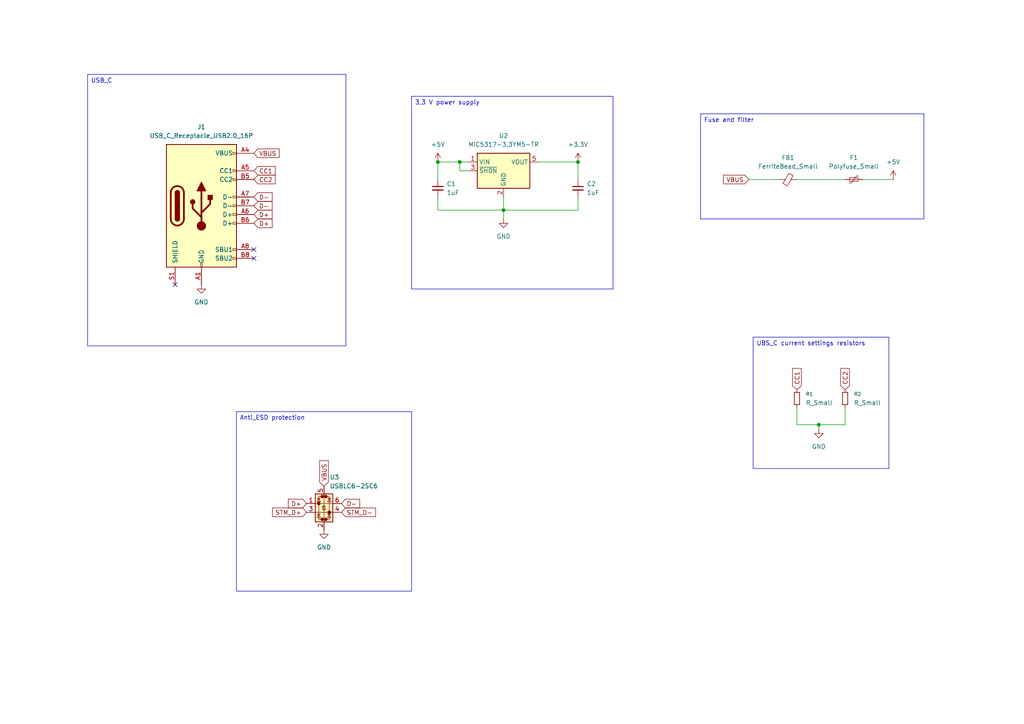
<source format=kicad_sch>
(kicad_sch
	(version 20250114)
	(generator "eeschema")
	(generator_version "9.0")
	(uuid "b98304d2-2842-4012-8dcd-64fd6a88e264")
	(paper "A4")
	(lib_symbols
		(symbol "Connector:USB_C_Receptacle_USB2.0_16P"
			(pin_names
				(offset 1.016)
			)
			(exclude_from_sim no)
			(in_bom yes)
			(on_board yes)
			(property "Reference" "J"
				(at 0 22.225 0)
				(effects
					(font
						(size 1.27 1.27)
					)
				)
			)
			(property "Value" "USB_C_Receptacle_USB2.0_16P"
				(at 0 19.685 0)
				(effects
					(font
						(size 1.27 1.27)
					)
				)
			)
			(property "Footprint" ""
				(at 3.81 0 0)
				(effects
					(font
						(size 1.27 1.27)
					)
					(hide yes)
				)
			)
			(property "Datasheet" "https://www.usb.org/sites/default/files/documents/usb_type-c.zip"
				(at 3.81 0 0)
				(effects
					(font
						(size 1.27 1.27)
					)
					(hide yes)
				)
			)
			(property "Description" "USB 2.0-only 16P Type-C Receptacle connector"
				(at 0 0 0)
				(effects
					(font
						(size 1.27 1.27)
					)
					(hide yes)
				)
			)
			(property "ki_keywords" "usb universal serial bus type-C USB2.0"
				(at 0 0 0)
				(effects
					(font
						(size 1.27 1.27)
					)
					(hide yes)
				)
			)
			(property "ki_fp_filters" "USB*C*Receptacle*"
				(at 0 0 0)
				(effects
					(font
						(size 1.27 1.27)
					)
					(hide yes)
				)
			)
			(symbol "USB_C_Receptacle_USB2.0_16P_0_0"
				(rectangle
					(start -0.254 -17.78)
					(end 0.254 -16.764)
					(stroke
						(width 0)
						(type default)
					)
					(fill
						(type none)
					)
				)
				(rectangle
					(start 10.16 15.494)
					(end 9.144 14.986)
					(stroke
						(width 0)
						(type default)
					)
					(fill
						(type none)
					)
				)
				(rectangle
					(start 10.16 10.414)
					(end 9.144 9.906)
					(stroke
						(width 0)
						(type default)
					)
					(fill
						(type none)
					)
				)
				(rectangle
					(start 10.16 7.874)
					(end 9.144 7.366)
					(stroke
						(width 0)
						(type default)
					)
					(fill
						(type none)
					)
				)
				(rectangle
					(start 10.16 2.794)
					(end 9.144 2.286)
					(stroke
						(width 0)
						(type default)
					)
					(fill
						(type none)
					)
				)
				(rectangle
					(start 10.16 0.254)
					(end 9.144 -0.254)
					(stroke
						(width 0)
						(type default)
					)
					(fill
						(type none)
					)
				)
				(rectangle
					(start 10.16 -2.286)
					(end 9.144 -2.794)
					(stroke
						(width 0)
						(type default)
					)
					(fill
						(type none)
					)
				)
				(rectangle
					(start 10.16 -4.826)
					(end 9.144 -5.334)
					(stroke
						(width 0)
						(type default)
					)
					(fill
						(type none)
					)
				)
				(rectangle
					(start 10.16 -12.446)
					(end 9.144 -12.954)
					(stroke
						(width 0)
						(type default)
					)
					(fill
						(type none)
					)
				)
				(rectangle
					(start 10.16 -14.986)
					(end 9.144 -15.494)
					(stroke
						(width 0)
						(type default)
					)
					(fill
						(type none)
					)
				)
			)
			(symbol "USB_C_Receptacle_USB2.0_16P_0_1"
				(rectangle
					(start -10.16 17.78)
					(end 10.16 -17.78)
					(stroke
						(width 0.254)
						(type default)
					)
					(fill
						(type background)
					)
				)
				(polyline
					(pts
						(xy -8.89 -3.81) (xy -8.89 3.81)
					)
					(stroke
						(width 0.508)
						(type default)
					)
					(fill
						(type none)
					)
				)
				(rectangle
					(start -7.62 -3.81)
					(end -6.35 3.81)
					(stroke
						(width 0.254)
						(type default)
					)
					(fill
						(type outline)
					)
				)
				(arc
					(start -7.62 3.81)
					(mid -6.985 4.4423)
					(end -6.35 3.81)
					(stroke
						(width 0.254)
						(type default)
					)
					(fill
						(type none)
					)
				)
				(arc
					(start -7.62 3.81)
					(mid -6.985 4.4423)
					(end -6.35 3.81)
					(stroke
						(width 0.254)
						(type default)
					)
					(fill
						(type outline)
					)
				)
				(arc
					(start -8.89 3.81)
					(mid -6.985 5.7067)
					(end -5.08 3.81)
					(stroke
						(width 0.508)
						(type default)
					)
					(fill
						(type none)
					)
				)
				(arc
					(start -5.08 -3.81)
					(mid -6.985 -5.7067)
					(end -8.89 -3.81)
					(stroke
						(width 0.508)
						(type default)
					)
					(fill
						(type none)
					)
				)
				(arc
					(start -6.35 -3.81)
					(mid -6.985 -4.4423)
					(end -7.62 -3.81)
					(stroke
						(width 0.254)
						(type default)
					)
					(fill
						(type none)
					)
				)
				(arc
					(start -6.35 -3.81)
					(mid -6.985 -4.4423)
					(end -7.62 -3.81)
					(stroke
						(width 0.254)
						(type default)
					)
					(fill
						(type outline)
					)
				)
				(polyline
					(pts
						(xy -5.08 3.81) (xy -5.08 -3.81)
					)
					(stroke
						(width 0.508)
						(type default)
					)
					(fill
						(type none)
					)
				)
				(circle
					(center -2.54 1.143)
					(radius 0.635)
					(stroke
						(width 0.254)
						(type default)
					)
					(fill
						(type outline)
					)
				)
				(polyline
					(pts
						(xy -1.27 4.318) (xy 0 6.858) (xy 1.27 4.318) (xy -1.27 4.318)
					)
					(stroke
						(width 0.254)
						(type default)
					)
					(fill
						(type outline)
					)
				)
				(polyline
					(pts
						(xy 0 -2.032) (xy 2.54 0.508) (xy 2.54 1.778)
					)
					(stroke
						(width 0.508)
						(type default)
					)
					(fill
						(type none)
					)
				)
				(polyline
					(pts
						(xy 0 -3.302) (xy -2.54 -0.762) (xy -2.54 0.508)
					)
					(stroke
						(width 0.508)
						(type default)
					)
					(fill
						(type none)
					)
				)
				(polyline
					(pts
						(xy 0 -5.842) (xy 0 4.318)
					)
					(stroke
						(width 0.508)
						(type default)
					)
					(fill
						(type none)
					)
				)
				(circle
					(center 0 -5.842)
					(radius 1.27)
					(stroke
						(width 0)
						(type default)
					)
					(fill
						(type outline)
					)
				)
				(rectangle
					(start 1.905 1.778)
					(end 3.175 3.048)
					(stroke
						(width 0.254)
						(type default)
					)
					(fill
						(type outline)
					)
				)
			)
			(symbol "USB_C_Receptacle_USB2.0_16P_1_1"
				(pin passive line
					(at -7.62 -22.86 90)
					(length 5.08)
					(name "SHIELD"
						(effects
							(font
								(size 1.27 1.27)
							)
						)
					)
					(number "S1"
						(effects
							(font
								(size 1.27 1.27)
							)
						)
					)
				)
				(pin passive line
					(at 0 -22.86 90)
					(length 5.08)
					(name "GND"
						(effects
							(font
								(size 1.27 1.27)
							)
						)
					)
					(number "A1"
						(effects
							(font
								(size 1.27 1.27)
							)
						)
					)
				)
				(pin passive line
					(at 0 -22.86 90)
					(length 5.08)
					(hide yes)
					(name "GND"
						(effects
							(font
								(size 1.27 1.27)
							)
						)
					)
					(number "A12"
						(effects
							(font
								(size 1.27 1.27)
							)
						)
					)
				)
				(pin passive line
					(at 0 -22.86 90)
					(length 5.08)
					(hide yes)
					(name "GND"
						(effects
							(font
								(size 1.27 1.27)
							)
						)
					)
					(number "B1"
						(effects
							(font
								(size 1.27 1.27)
							)
						)
					)
				)
				(pin passive line
					(at 0 -22.86 90)
					(length 5.08)
					(hide yes)
					(name "GND"
						(effects
							(font
								(size 1.27 1.27)
							)
						)
					)
					(number "B12"
						(effects
							(font
								(size 1.27 1.27)
							)
						)
					)
				)
				(pin passive line
					(at 15.24 15.24 180)
					(length 5.08)
					(name "VBUS"
						(effects
							(font
								(size 1.27 1.27)
							)
						)
					)
					(number "A4"
						(effects
							(font
								(size 1.27 1.27)
							)
						)
					)
				)
				(pin passive line
					(at 15.24 15.24 180)
					(length 5.08)
					(hide yes)
					(name "VBUS"
						(effects
							(font
								(size 1.27 1.27)
							)
						)
					)
					(number "A9"
						(effects
							(font
								(size 1.27 1.27)
							)
						)
					)
				)
				(pin passive line
					(at 15.24 15.24 180)
					(length 5.08)
					(hide yes)
					(name "VBUS"
						(effects
							(font
								(size 1.27 1.27)
							)
						)
					)
					(number "B4"
						(effects
							(font
								(size 1.27 1.27)
							)
						)
					)
				)
				(pin passive line
					(at 15.24 15.24 180)
					(length 5.08)
					(hide yes)
					(name "VBUS"
						(effects
							(font
								(size 1.27 1.27)
							)
						)
					)
					(number "B9"
						(effects
							(font
								(size 1.27 1.27)
							)
						)
					)
				)
				(pin bidirectional line
					(at 15.24 10.16 180)
					(length 5.08)
					(name "CC1"
						(effects
							(font
								(size 1.27 1.27)
							)
						)
					)
					(number "A5"
						(effects
							(font
								(size 1.27 1.27)
							)
						)
					)
				)
				(pin bidirectional line
					(at 15.24 7.62 180)
					(length 5.08)
					(name "CC2"
						(effects
							(font
								(size 1.27 1.27)
							)
						)
					)
					(number "B5"
						(effects
							(font
								(size 1.27 1.27)
							)
						)
					)
				)
				(pin bidirectional line
					(at 15.24 2.54 180)
					(length 5.08)
					(name "D-"
						(effects
							(font
								(size 1.27 1.27)
							)
						)
					)
					(number "A7"
						(effects
							(font
								(size 1.27 1.27)
							)
						)
					)
				)
				(pin bidirectional line
					(at 15.24 0 180)
					(length 5.08)
					(name "D-"
						(effects
							(font
								(size 1.27 1.27)
							)
						)
					)
					(number "B7"
						(effects
							(font
								(size 1.27 1.27)
							)
						)
					)
				)
				(pin bidirectional line
					(at 15.24 -2.54 180)
					(length 5.08)
					(name "D+"
						(effects
							(font
								(size 1.27 1.27)
							)
						)
					)
					(number "A6"
						(effects
							(font
								(size 1.27 1.27)
							)
						)
					)
				)
				(pin bidirectional line
					(at 15.24 -5.08 180)
					(length 5.08)
					(name "D+"
						(effects
							(font
								(size 1.27 1.27)
							)
						)
					)
					(number "B6"
						(effects
							(font
								(size 1.27 1.27)
							)
						)
					)
				)
				(pin bidirectional line
					(at 15.24 -12.7 180)
					(length 5.08)
					(name "SBU1"
						(effects
							(font
								(size 1.27 1.27)
							)
						)
					)
					(number "A8"
						(effects
							(font
								(size 1.27 1.27)
							)
						)
					)
				)
				(pin bidirectional line
					(at 15.24 -15.24 180)
					(length 5.08)
					(name "SBU2"
						(effects
							(font
								(size 1.27 1.27)
							)
						)
					)
					(number "B8"
						(effects
							(font
								(size 1.27 1.27)
							)
						)
					)
				)
			)
			(embedded_fonts no)
		)
		(symbol "Device:C_Small"
			(pin_numbers
				(hide yes)
			)
			(pin_names
				(offset 0.254)
				(hide yes)
			)
			(exclude_from_sim no)
			(in_bom yes)
			(on_board yes)
			(property "Reference" "C"
				(at 0.254 1.778 0)
				(effects
					(font
						(size 1.27 1.27)
					)
					(justify left)
				)
			)
			(property "Value" "C_Small"
				(at 0.254 -2.032 0)
				(effects
					(font
						(size 1.27 1.27)
					)
					(justify left)
				)
			)
			(property "Footprint" ""
				(at 0 0 0)
				(effects
					(font
						(size 1.27 1.27)
					)
					(hide yes)
				)
			)
			(property "Datasheet" "~"
				(at 0 0 0)
				(effects
					(font
						(size 1.27 1.27)
					)
					(hide yes)
				)
			)
			(property "Description" "Unpolarized capacitor, small symbol"
				(at 0 0 0)
				(effects
					(font
						(size 1.27 1.27)
					)
					(hide yes)
				)
			)
			(property "ki_keywords" "capacitor cap"
				(at 0 0 0)
				(effects
					(font
						(size 1.27 1.27)
					)
					(hide yes)
				)
			)
			(property "ki_fp_filters" "C_*"
				(at 0 0 0)
				(effects
					(font
						(size 1.27 1.27)
					)
					(hide yes)
				)
			)
			(symbol "C_Small_0_1"
				(polyline
					(pts
						(xy -1.524 0.508) (xy 1.524 0.508)
					)
					(stroke
						(width 0.3048)
						(type default)
					)
					(fill
						(type none)
					)
				)
				(polyline
					(pts
						(xy -1.524 -0.508) (xy 1.524 -0.508)
					)
					(stroke
						(width 0.3302)
						(type default)
					)
					(fill
						(type none)
					)
				)
			)
			(symbol "C_Small_1_1"
				(pin passive line
					(at 0 2.54 270)
					(length 2.032)
					(name "~"
						(effects
							(font
								(size 1.27 1.27)
							)
						)
					)
					(number "1"
						(effects
							(font
								(size 1.27 1.27)
							)
						)
					)
				)
				(pin passive line
					(at 0 -2.54 90)
					(length 2.032)
					(name "~"
						(effects
							(font
								(size 1.27 1.27)
							)
						)
					)
					(number "2"
						(effects
							(font
								(size 1.27 1.27)
							)
						)
					)
				)
			)
			(embedded_fonts no)
		)
		(symbol "Device:FerriteBead_Small"
			(pin_numbers
				(hide yes)
			)
			(pin_names
				(offset 0)
			)
			(exclude_from_sim no)
			(in_bom yes)
			(on_board yes)
			(property "Reference" "FB"
				(at 1.905 1.27 0)
				(effects
					(font
						(size 1.27 1.27)
					)
					(justify left)
				)
			)
			(property "Value" "FerriteBead_Small"
				(at 1.905 -1.27 0)
				(effects
					(font
						(size 1.27 1.27)
					)
					(justify left)
				)
			)
			(property "Footprint" ""
				(at -1.778 0 90)
				(effects
					(font
						(size 1.27 1.27)
					)
					(hide yes)
				)
			)
			(property "Datasheet" "~"
				(at 0 0 0)
				(effects
					(font
						(size 1.27 1.27)
					)
					(hide yes)
				)
			)
			(property "Description" "Ferrite bead, small symbol"
				(at 0 0 0)
				(effects
					(font
						(size 1.27 1.27)
					)
					(hide yes)
				)
			)
			(property "ki_keywords" "L ferrite bead inductor filter"
				(at 0 0 0)
				(effects
					(font
						(size 1.27 1.27)
					)
					(hide yes)
				)
			)
			(property "ki_fp_filters" "Inductor_* L_* *Ferrite*"
				(at 0 0 0)
				(effects
					(font
						(size 1.27 1.27)
					)
					(hide yes)
				)
			)
			(symbol "FerriteBead_Small_0_1"
				(polyline
					(pts
						(xy -1.8288 0.2794) (xy -1.1176 1.4986) (xy 1.8288 -0.2032) (xy 1.1176 -1.4224) (xy -1.8288 0.2794)
					)
					(stroke
						(width 0)
						(type default)
					)
					(fill
						(type none)
					)
				)
				(polyline
					(pts
						(xy 0 0.889) (xy 0 1.2954)
					)
					(stroke
						(width 0)
						(type default)
					)
					(fill
						(type none)
					)
				)
				(polyline
					(pts
						(xy 0 -1.27) (xy 0 -0.7874)
					)
					(stroke
						(width 0)
						(type default)
					)
					(fill
						(type none)
					)
				)
			)
			(symbol "FerriteBead_Small_1_1"
				(pin passive line
					(at 0 2.54 270)
					(length 1.27)
					(name "~"
						(effects
							(font
								(size 1.27 1.27)
							)
						)
					)
					(number "1"
						(effects
							(font
								(size 1.27 1.27)
							)
						)
					)
				)
				(pin passive line
					(at 0 -2.54 90)
					(length 1.27)
					(name "~"
						(effects
							(font
								(size 1.27 1.27)
							)
						)
					)
					(number "2"
						(effects
							(font
								(size 1.27 1.27)
							)
						)
					)
				)
			)
			(embedded_fonts no)
		)
		(symbol "Device:Polyfuse_Small"
			(pin_numbers
				(hide yes)
			)
			(pin_names
				(offset 0)
			)
			(exclude_from_sim no)
			(in_bom yes)
			(on_board yes)
			(property "Reference" "F"
				(at -1.905 0 90)
				(effects
					(font
						(size 1.27 1.27)
					)
				)
			)
			(property "Value" "Polyfuse_Small"
				(at 1.905 0 90)
				(effects
					(font
						(size 1.27 1.27)
					)
				)
			)
			(property "Footprint" ""
				(at 1.27 -5.08 0)
				(effects
					(font
						(size 1.27 1.27)
					)
					(justify left)
					(hide yes)
				)
			)
			(property "Datasheet" "~"
				(at 0 0 0)
				(effects
					(font
						(size 1.27 1.27)
					)
					(hide yes)
				)
			)
			(property "Description" "Resettable fuse, polymeric positive temperature coefficient, small symbol"
				(at 0 0 0)
				(effects
					(font
						(size 1.27 1.27)
					)
					(hide yes)
				)
			)
			(property "ki_keywords" "resettable fuse PTC PPTC polyfuse polyswitch"
				(at 0 0 0)
				(effects
					(font
						(size 1.27 1.27)
					)
					(hide yes)
				)
			)
			(property "ki_fp_filters" "*polyfuse* *PTC*"
				(at 0 0 0)
				(effects
					(font
						(size 1.27 1.27)
					)
					(hide yes)
				)
			)
			(symbol "Polyfuse_Small_0_1"
				(polyline
					(pts
						(xy -1.016 1.27) (xy -1.016 0.762) (xy 1.016 -0.762) (xy 1.016 -1.27)
					)
					(stroke
						(width 0)
						(type default)
					)
					(fill
						(type none)
					)
				)
				(rectangle
					(start -0.508 1.27)
					(end 0.508 -1.27)
					(stroke
						(width 0)
						(type default)
					)
					(fill
						(type none)
					)
				)
				(polyline
					(pts
						(xy 0 2.54) (xy 0 -2.54)
					)
					(stroke
						(width 0)
						(type default)
					)
					(fill
						(type none)
					)
				)
			)
			(symbol "Polyfuse_Small_1_1"
				(pin passive line
					(at 0 2.54 270)
					(length 0.635)
					(name "~"
						(effects
							(font
								(size 1.27 1.27)
							)
						)
					)
					(number "1"
						(effects
							(font
								(size 1.27 1.27)
							)
						)
					)
				)
				(pin passive line
					(at 0 -2.54 90)
					(length 0.635)
					(name "~"
						(effects
							(font
								(size 1.27 1.27)
							)
						)
					)
					(number "2"
						(effects
							(font
								(size 1.27 1.27)
							)
						)
					)
				)
			)
			(embedded_fonts no)
		)
		(symbol "Device:R_Small"
			(pin_numbers
				(hide yes)
			)
			(pin_names
				(offset 0.254)
				(hide yes)
			)
			(exclude_from_sim no)
			(in_bom yes)
			(on_board yes)
			(property "Reference" "R"
				(at 0 0 90)
				(effects
					(font
						(size 1.016 1.016)
					)
				)
			)
			(property "Value" "R_Small"
				(at 1.778 0 90)
				(effects
					(font
						(size 1.27 1.27)
					)
				)
			)
			(property "Footprint" ""
				(at 0 0 0)
				(effects
					(font
						(size 1.27 1.27)
					)
					(hide yes)
				)
			)
			(property "Datasheet" "~"
				(at 0 0 0)
				(effects
					(font
						(size 1.27 1.27)
					)
					(hide yes)
				)
			)
			(property "Description" "Resistor, small symbol"
				(at 0 0 0)
				(effects
					(font
						(size 1.27 1.27)
					)
					(hide yes)
				)
			)
			(property "ki_keywords" "R resistor"
				(at 0 0 0)
				(effects
					(font
						(size 1.27 1.27)
					)
					(hide yes)
				)
			)
			(property "ki_fp_filters" "R_*"
				(at 0 0 0)
				(effects
					(font
						(size 1.27 1.27)
					)
					(hide yes)
				)
			)
			(symbol "R_Small_0_1"
				(rectangle
					(start -0.762 1.778)
					(end 0.762 -1.778)
					(stroke
						(width 0.2032)
						(type default)
					)
					(fill
						(type none)
					)
				)
			)
			(symbol "R_Small_1_1"
				(pin passive line
					(at 0 2.54 270)
					(length 0.762)
					(name "~"
						(effects
							(font
								(size 1.27 1.27)
							)
						)
					)
					(number "1"
						(effects
							(font
								(size 1.27 1.27)
							)
						)
					)
				)
				(pin passive line
					(at 0 -2.54 90)
					(length 0.762)
					(name "~"
						(effects
							(font
								(size 1.27 1.27)
							)
						)
					)
					(number "2"
						(effects
							(font
								(size 1.27 1.27)
							)
						)
					)
				)
			)
			(embedded_fonts no)
		)
		(symbol "Power_Protection:USBLC6-2SC6"
			(pin_names
				(hide yes)
			)
			(exclude_from_sim no)
			(in_bom yes)
			(on_board yes)
			(property "Reference" "U"
				(at 0.635 5.715 0)
				(effects
					(font
						(size 1.27 1.27)
					)
					(justify left)
				)
			)
			(property "Value" "USBLC6-2SC6"
				(at 0.635 3.81 0)
				(effects
					(font
						(size 1.27 1.27)
					)
					(justify left)
				)
			)
			(property "Footprint" "Package_TO_SOT_SMD:SOT-23-6"
				(at 1.27 -6.35 0)
				(effects
					(font
						(size 1.27 1.27)
						(italic yes)
					)
					(justify left)
					(hide yes)
				)
			)
			(property "Datasheet" "https://www.st.com/resource/en/datasheet/usblc6-2.pdf"
				(at 1.27 -8.255 0)
				(effects
					(font
						(size 1.27 1.27)
					)
					(justify left)
					(hide yes)
				)
			)
			(property "Description" "Very low capacitance ESD protection diode, 2 data-line, SOT-23-6"
				(at 0 0 0)
				(effects
					(font
						(size 1.27 1.27)
					)
					(hide yes)
				)
			)
			(property "ki_keywords" "usb ethernet video"
				(at 0 0 0)
				(effects
					(font
						(size 1.27 1.27)
					)
					(hide yes)
				)
			)
			(property "ki_fp_filters" "SOT?23*"
				(at 0 0 0)
				(effects
					(font
						(size 1.27 1.27)
					)
					(hide yes)
				)
			)
			(symbol "USBLC6-2SC6_0_0"
				(circle
					(center -1.524 0)
					(radius 0.0001)
					(stroke
						(width 0.508)
						(type default)
					)
					(fill
						(type none)
					)
				)
				(circle
					(center -0.508 2.032)
					(radius 0.0001)
					(stroke
						(width 0.508)
						(type default)
					)
					(fill
						(type none)
					)
				)
				(circle
					(center -0.508 -4.572)
					(radius 0.0001)
					(stroke
						(width 0.508)
						(type default)
					)
					(fill
						(type none)
					)
				)
				(circle
					(center 0.508 2.032)
					(radius 0.0001)
					(stroke
						(width 0.508)
						(type default)
					)
					(fill
						(type none)
					)
				)
				(circle
					(center 0.508 -4.572)
					(radius 0.0001)
					(stroke
						(width 0.508)
						(type default)
					)
					(fill
						(type none)
					)
				)
				(circle
					(center 1.524 -2.54)
					(radius 0.0001)
					(stroke
						(width 0.508)
						(type default)
					)
					(fill
						(type none)
					)
				)
			)
			(symbol "USBLC6-2SC6_0_1"
				(polyline
					(pts
						(xy -2.54 0) (xy 2.54 0)
					)
					(stroke
						(width 0)
						(type default)
					)
					(fill
						(type none)
					)
				)
				(polyline
					(pts
						(xy -2.54 -2.54) (xy 2.54 -2.54)
					)
					(stroke
						(width 0)
						(type default)
					)
					(fill
						(type none)
					)
				)
				(polyline
					(pts
						(xy -2.032 0.508) (xy -1.016 0.508) (xy -1.524 1.524) (xy -2.032 0.508)
					)
					(stroke
						(width 0)
						(type default)
					)
					(fill
						(type none)
					)
				)
				(polyline
					(pts
						(xy -2.032 -3.048) (xy -1.016 -3.048)
					)
					(stroke
						(width 0)
						(type default)
					)
					(fill
						(type none)
					)
				)
				(polyline
					(pts
						(xy -1.016 1.524) (xy -2.032 1.524)
					)
					(stroke
						(width 0)
						(type default)
					)
					(fill
						(type none)
					)
				)
				(polyline
					(pts
						(xy -1.016 -4.064) (xy -2.032 -4.064) (xy -1.524 -3.048) (xy -1.016 -4.064)
					)
					(stroke
						(width 0)
						(type default)
					)
					(fill
						(type none)
					)
				)
				(polyline
					(pts
						(xy -0.508 -1.143) (xy -0.508 -0.762) (xy 0.508 -0.762)
					)
					(stroke
						(width 0)
						(type default)
					)
					(fill
						(type none)
					)
				)
				(polyline
					(pts
						(xy 0 2.54) (xy -0.508 2.032) (xy 0.508 2.032) (xy 0 1.524) (xy 0 -4.064) (xy -0.508 -4.572) (xy 0.508 -4.572)
						(xy 0 -5.08)
					)
					(stroke
						(width 0)
						(type default)
					)
					(fill
						(type none)
					)
				)
				(polyline
					(pts
						(xy 0.508 -1.778) (xy -0.508 -1.778) (xy 0 -0.762) (xy 0.508 -1.778)
					)
					(stroke
						(width 0)
						(type default)
					)
					(fill
						(type none)
					)
				)
				(polyline
					(pts
						(xy 1.016 1.524) (xy 2.032 1.524)
					)
					(stroke
						(width 0)
						(type default)
					)
					(fill
						(type none)
					)
				)
				(polyline
					(pts
						(xy 1.016 -3.048) (xy 2.032 -3.048)
					)
					(stroke
						(width 0)
						(type default)
					)
					(fill
						(type none)
					)
				)
				(polyline
					(pts
						(xy 2.032 0.508) (xy 1.016 0.508) (xy 1.524 1.524) (xy 2.032 0.508)
					)
					(stroke
						(width 0)
						(type default)
					)
					(fill
						(type none)
					)
				)
				(polyline
					(pts
						(xy 2.032 -4.064) (xy 1.016 -4.064) (xy 1.524 -3.048) (xy 2.032 -4.064)
					)
					(stroke
						(width 0)
						(type default)
					)
					(fill
						(type none)
					)
				)
			)
			(symbol "USBLC6-2SC6_1_1"
				(rectangle
					(start -2.54 2.794)
					(end 2.54 -5.334)
					(stroke
						(width 0.254)
						(type default)
					)
					(fill
						(type background)
					)
				)
				(polyline
					(pts
						(xy -0.508 2.032) (xy -1.524 2.032) (xy -1.524 -4.572) (xy -0.508 -4.572)
					)
					(stroke
						(width 0)
						(type default)
					)
					(fill
						(type none)
					)
				)
				(polyline
					(pts
						(xy 0.508 -4.572) (xy 1.524 -4.572) (xy 1.524 2.032) (xy 0.508 2.032)
					)
					(stroke
						(width 0)
						(type default)
					)
					(fill
						(type none)
					)
				)
				(pin passive line
					(at -5.08 0 0)
					(length 2.54)
					(name "I/O1"
						(effects
							(font
								(size 1.27 1.27)
							)
						)
					)
					(number "1"
						(effects
							(font
								(size 1.27 1.27)
							)
						)
					)
				)
				(pin passive line
					(at -5.08 -2.54 0)
					(length 2.54)
					(name "I/O2"
						(effects
							(font
								(size 1.27 1.27)
							)
						)
					)
					(number "3"
						(effects
							(font
								(size 1.27 1.27)
							)
						)
					)
				)
				(pin passive line
					(at 0 5.08 270)
					(length 2.54)
					(name "VBUS"
						(effects
							(font
								(size 1.27 1.27)
							)
						)
					)
					(number "5"
						(effects
							(font
								(size 1.27 1.27)
							)
						)
					)
				)
				(pin passive line
					(at 0 -7.62 90)
					(length 2.54)
					(name "GND"
						(effects
							(font
								(size 1.27 1.27)
							)
						)
					)
					(number "2"
						(effects
							(font
								(size 1.27 1.27)
							)
						)
					)
				)
				(pin passive line
					(at 5.08 0 180)
					(length 2.54)
					(name "I/O1"
						(effects
							(font
								(size 1.27 1.27)
							)
						)
					)
					(number "6"
						(effects
							(font
								(size 1.27 1.27)
							)
						)
					)
				)
				(pin passive line
					(at 5.08 -2.54 180)
					(length 2.54)
					(name "I/O2"
						(effects
							(font
								(size 1.27 1.27)
							)
						)
					)
					(number "4"
						(effects
							(font
								(size 1.27 1.27)
							)
						)
					)
				)
			)
			(embedded_fonts no)
		)
		(symbol "Regulator_Linear:MCP1802x-xx02xOT"
			(exclude_from_sim no)
			(in_bom yes)
			(on_board yes)
			(property "Reference" "U"
				(at -6.35 6.35 0)
				(effects
					(font
						(size 1.27 1.27)
					)
					(justify left)
				)
			)
			(property "Value" "MCP1802x-xx02xOT"
				(at 0 6.35 0)
				(effects
					(font
						(size 1.27 1.27)
					)
					(justify left)
				)
			)
			(property "Footprint" "Package_TO_SOT_SMD:SOT-23-5"
				(at -6.35 8.89 0)
				(effects
					(font
						(size 1.27 1.27)
						(italic yes)
					)
					(justify left)
					(hide yes)
				)
			)
			(property "Datasheet" "http://ww1.microchip.com/downloads/en/DeviceDoc/22053C.pdf"
				(at 0 -2.54 0)
				(effects
					(font
						(size 1.27 1.27)
					)
					(hide yes)
				)
			)
			(property "Description" "150mA, Tiny CMOS LDO With Shutdown, Fixed Voltage, SOT-23-5"
				(at 0 0 0)
				(effects
					(font
						(size 1.27 1.27)
					)
					(hide yes)
				)
			)
			(property "ki_keywords" "LDO Linear Voltage Regulator"
				(at 0 0 0)
				(effects
					(font
						(size 1.27 1.27)
					)
					(hide yes)
				)
			)
			(property "ki_fp_filters" "SOT?23*"
				(at 0 0 0)
				(effects
					(font
						(size 1.27 1.27)
					)
					(hide yes)
				)
			)
			(symbol "MCP1802x-xx02xOT_0_1"
				(rectangle
					(start -7.62 5.08)
					(end 7.62 -5.08)
					(stroke
						(width 0.254)
						(type default)
					)
					(fill
						(type background)
					)
				)
			)
			(symbol "MCP1802x-xx02xOT_1_1"
				(pin power_in line
					(at -10.16 2.54 0)
					(length 2.54)
					(name "VIN"
						(effects
							(font
								(size 1.27 1.27)
							)
						)
					)
					(number "1"
						(effects
							(font
								(size 1.27 1.27)
							)
						)
					)
				)
				(pin input line
					(at -10.16 0 0)
					(length 2.54)
					(name "~{SHDN}"
						(effects
							(font
								(size 1.27 1.27)
							)
						)
					)
					(number "3"
						(effects
							(font
								(size 1.27 1.27)
							)
						)
					)
				)
				(pin power_in line
					(at 0 -7.62 90)
					(length 2.54)
					(name "GND"
						(effects
							(font
								(size 1.27 1.27)
							)
						)
					)
					(number "2"
						(effects
							(font
								(size 1.27 1.27)
							)
						)
					)
				)
				(pin no_connect line
					(at 7.62 0 180)
					(length 2.54)
					(hide yes)
					(name "NC"
						(effects
							(font
								(size 1.27 1.27)
							)
						)
					)
					(number "4"
						(effects
							(font
								(size 1.27 1.27)
							)
						)
					)
				)
				(pin power_out line
					(at 10.16 2.54 180)
					(length 2.54)
					(name "VOUT"
						(effects
							(font
								(size 1.27 1.27)
							)
						)
					)
					(number "5"
						(effects
							(font
								(size 1.27 1.27)
							)
						)
					)
				)
			)
			(embedded_fonts no)
		)
		(symbol "power:+3.3V"
			(power)
			(pin_numbers
				(hide yes)
			)
			(pin_names
				(offset 0)
				(hide yes)
			)
			(exclude_from_sim no)
			(in_bom yes)
			(on_board yes)
			(property "Reference" "#PWR"
				(at 0 -3.81 0)
				(effects
					(font
						(size 1.27 1.27)
					)
					(hide yes)
				)
			)
			(property "Value" "+3.3V"
				(at 0 3.556 0)
				(effects
					(font
						(size 1.27 1.27)
					)
				)
			)
			(property "Footprint" ""
				(at 0 0 0)
				(effects
					(font
						(size 1.27 1.27)
					)
					(hide yes)
				)
			)
			(property "Datasheet" ""
				(at 0 0 0)
				(effects
					(font
						(size 1.27 1.27)
					)
					(hide yes)
				)
			)
			(property "Description" "Power symbol creates a global label with name \"+3.3V\""
				(at 0 0 0)
				(effects
					(font
						(size 1.27 1.27)
					)
					(hide yes)
				)
			)
			(property "ki_keywords" "global power"
				(at 0 0 0)
				(effects
					(font
						(size 1.27 1.27)
					)
					(hide yes)
				)
			)
			(symbol "+3.3V_0_1"
				(polyline
					(pts
						(xy -0.762 1.27) (xy 0 2.54)
					)
					(stroke
						(width 0)
						(type default)
					)
					(fill
						(type none)
					)
				)
				(polyline
					(pts
						(xy 0 2.54) (xy 0.762 1.27)
					)
					(stroke
						(width 0)
						(type default)
					)
					(fill
						(type none)
					)
				)
				(polyline
					(pts
						(xy 0 0) (xy 0 2.54)
					)
					(stroke
						(width 0)
						(type default)
					)
					(fill
						(type none)
					)
				)
			)
			(symbol "+3.3V_1_1"
				(pin power_in line
					(at 0 0 90)
					(length 0)
					(name "~"
						(effects
							(font
								(size 1.27 1.27)
							)
						)
					)
					(number "1"
						(effects
							(font
								(size 1.27 1.27)
							)
						)
					)
				)
			)
			(embedded_fonts no)
		)
		(symbol "power:+5V"
			(power)
			(pin_numbers
				(hide yes)
			)
			(pin_names
				(offset 0)
				(hide yes)
			)
			(exclude_from_sim no)
			(in_bom yes)
			(on_board yes)
			(property "Reference" "#PWR"
				(at 0 -3.81 0)
				(effects
					(font
						(size 1.27 1.27)
					)
					(hide yes)
				)
			)
			(property "Value" "+5V"
				(at 0 3.556 0)
				(effects
					(font
						(size 1.27 1.27)
					)
				)
			)
			(property "Footprint" ""
				(at 0 0 0)
				(effects
					(font
						(size 1.27 1.27)
					)
					(hide yes)
				)
			)
			(property "Datasheet" ""
				(at 0 0 0)
				(effects
					(font
						(size 1.27 1.27)
					)
					(hide yes)
				)
			)
			(property "Description" "Power symbol creates a global label with name \"+5V\""
				(at 0 0 0)
				(effects
					(font
						(size 1.27 1.27)
					)
					(hide yes)
				)
			)
			(property "ki_keywords" "global power"
				(at 0 0 0)
				(effects
					(font
						(size 1.27 1.27)
					)
					(hide yes)
				)
			)
			(symbol "+5V_0_1"
				(polyline
					(pts
						(xy -0.762 1.27) (xy 0 2.54)
					)
					(stroke
						(width 0)
						(type default)
					)
					(fill
						(type none)
					)
				)
				(polyline
					(pts
						(xy 0 2.54) (xy 0.762 1.27)
					)
					(stroke
						(width 0)
						(type default)
					)
					(fill
						(type none)
					)
				)
				(polyline
					(pts
						(xy 0 0) (xy 0 2.54)
					)
					(stroke
						(width 0)
						(type default)
					)
					(fill
						(type none)
					)
				)
			)
			(symbol "+5V_1_1"
				(pin power_in line
					(at 0 0 90)
					(length 0)
					(name "~"
						(effects
							(font
								(size 1.27 1.27)
							)
						)
					)
					(number "1"
						(effects
							(font
								(size 1.27 1.27)
							)
						)
					)
				)
			)
			(embedded_fonts no)
		)
		(symbol "power:GND"
			(power)
			(pin_numbers
				(hide yes)
			)
			(pin_names
				(offset 0)
				(hide yes)
			)
			(exclude_from_sim no)
			(in_bom yes)
			(on_board yes)
			(property "Reference" "#PWR"
				(at 0 -6.35 0)
				(effects
					(font
						(size 1.27 1.27)
					)
					(hide yes)
				)
			)
			(property "Value" "GND"
				(at 0 -3.81 0)
				(effects
					(font
						(size 1.27 1.27)
					)
				)
			)
			(property "Footprint" ""
				(at 0 0 0)
				(effects
					(font
						(size 1.27 1.27)
					)
					(hide yes)
				)
			)
			(property "Datasheet" ""
				(at 0 0 0)
				(effects
					(font
						(size 1.27 1.27)
					)
					(hide yes)
				)
			)
			(property "Description" "Power symbol creates a global label with name \"GND\" , ground"
				(at 0 0 0)
				(effects
					(font
						(size 1.27 1.27)
					)
					(hide yes)
				)
			)
			(property "ki_keywords" "global power"
				(at 0 0 0)
				(effects
					(font
						(size 1.27 1.27)
					)
					(hide yes)
				)
			)
			(symbol "GND_0_1"
				(polyline
					(pts
						(xy 0 0) (xy 0 -1.27) (xy 1.27 -1.27) (xy 0 -2.54) (xy -1.27 -1.27) (xy 0 -1.27)
					)
					(stroke
						(width 0)
						(type default)
					)
					(fill
						(type none)
					)
				)
			)
			(symbol "GND_1_1"
				(pin power_in line
					(at 0 0 270)
					(length 0)
					(name "~"
						(effects
							(font
								(size 1.27 1.27)
							)
						)
					)
					(number "1"
						(effects
							(font
								(size 1.27 1.27)
							)
						)
					)
				)
			)
			(embedded_fonts no)
		)
	)
	(text_box "UBS_C current settings resistors"
		(exclude_from_sim no)
		(at 218.44 97.79 0)
		(size 39.37 38.1)
		(margins 0.9525 0.9525 0.9525 0.9525)
		(stroke
			(width 0)
			(type solid)
		)
		(fill
			(type none)
		)
		(effects
			(font
				(size 1.27 1.27)
			)
			(justify left top)
		)
		(uuid "44406a90-10d6-48a7-a8c3-38a597cd4809")
	)
	(text_box "3,3 V power supply"
		(exclude_from_sim no)
		(at 119.38 27.94 0)
		(size 58.42 55.88)
		(margins 0.9525 0.9525 0.9525 0.9525)
		(stroke
			(width 0)
			(type solid)
		)
		(fill
			(type none)
		)
		(effects
			(font
				(size 1.27 1.27)
			)
			(justify left top)
		)
		(uuid "4c4125bf-dd87-4cd2-85fe-af72870d1718")
	)
	(text_box "Fuse and filter"
		(exclude_from_sim no)
		(at 203.2 33.02 0)
		(size 64.77 30.48)
		(margins 0.9525 0.9525 0.9525 0.9525)
		(stroke
			(width 0)
			(type solid)
		)
		(fill
			(type none)
		)
		(effects
			(font
				(size 1.27 1.27)
			)
			(justify left top)
		)
		(uuid "53aad1f6-9ecb-49d1-bae8-26f811e754ea")
	)
	(text_box "USB_C\n"
		(exclude_from_sim no)
		(at 25.4 21.59 0)
		(size 74.93 78.74)
		(margins 0.9525 0.9525 0.9525 0.9525)
		(stroke
			(width 0)
			(type solid)
		)
		(fill
			(type none)
		)
		(effects
			(font
				(size 1.27 1.27)
			)
			(justify left top)
		)
		(uuid "6b10e9c0-9e29-42a0-813b-b3ebb710cad6")
	)
	(text_box "Anti_ESD protection"
		(exclude_from_sim no)
		(at 68.58 119.38 0)
		(size 50.8 52.07)
		(margins 0.9525 0.9525 0.9525 0.9525)
		(stroke
			(width 0)
			(type solid)
		)
		(fill
			(type none)
		)
		(effects
			(font
				(size 1.27 1.27)
			)
			(justify left top)
		)
		(uuid "dd4b1fe3-6cac-4aaf-8d10-292d694315ae")
	)
	(junction
		(at 146.05 60.96)
		(diameter 0)
		(color 0 0 0 0)
		(uuid "3e79d771-118b-4be9-a81c-662573b5e498")
	)
	(junction
		(at 167.64 46.99)
		(diameter 0)
		(color 0 0 0 0)
		(uuid "411e90cf-713c-453d-bbc8-cfa8db516606")
	)
	(junction
		(at 237.49 123.19)
		(diameter 0)
		(color 0 0 0 0)
		(uuid "9941949c-ac5f-41e2-a334-3e58b4ad5180")
	)
	(junction
		(at 127 46.99)
		(diameter 0)
		(color 0 0 0 0)
		(uuid "a8dc61a5-9bf8-4479-bab9-e054201a5934")
	)
	(junction
		(at 133.35 46.99)
		(diameter 0)
		(color 0 0 0 0)
		(uuid "ae359f5f-094a-4b69-846e-2eba89420931")
	)
	(no_connect
		(at 73.66 72.39)
		(uuid "5d0b6bf7-5bd0-4c34-b707-6fc015ea9197")
	)
	(no_connect
		(at 73.66 74.93)
		(uuid "7e85cb45-be7e-4ebf-9a6f-8f39497583b0")
	)
	(no_connect
		(at 50.8 82.55)
		(uuid "8ad85c2b-6b72-4930-abb8-1b27ba7910bf")
	)
	(wire
		(pts
			(xy 237.49 123.19) (xy 237.49 124.46)
		)
		(stroke
			(width 0)
			(type default)
		)
		(uuid "107544eb-0a52-4a94-b63f-210f7032525f")
	)
	(wire
		(pts
			(xy 127 57.15) (xy 127 60.96)
		)
		(stroke
			(width 0)
			(type default)
		)
		(uuid "2a5d24f5-43f9-4fa7-b480-2f91e65b7ff8")
	)
	(wire
		(pts
			(xy 133.35 46.99) (xy 127 46.99)
		)
		(stroke
			(width 0)
			(type default)
		)
		(uuid "2acfd044-7732-46b5-bfaf-0def4de4eaa8")
	)
	(wire
		(pts
			(xy 156.21 46.99) (xy 167.64 46.99)
		)
		(stroke
			(width 0)
			(type default)
		)
		(uuid "2afdb65f-0cf3-4405-8fbd-3146a5ccd31d")
	)
	(wire
		(pts
			(xy 146.05 60.96) (xy 167.64 60.96)
		)
		(stroke
			(width 0)
			(type default)
		)
		(uuid "33244b08-3ddf-4fec-afa2-a25bfe92723a")
	)
	(wire
		(pts
			(xy 146.05 57.15) (xy 146.05 60.96)
		)
		(stroke
			(width 0)
			(type default)
		)
		(uuid "4373d006-485e-45b8-b5a1-670f6e005009")
	)
	(wire
		(pts
			(xy 127 46.99) (xy 127 52.07)
		)
		(stroke
			(width 0)
			(type default)
		)
		(uuid "4b87a7c0-00b7-4c41-b311-8a14d089a787")
	)
	(wire
		(pts
			(xy 167.64 46.99) (xy 167.64 52.07)
		)
		(stroke
			(width 0)
			(type default)
		)
		(uuid "56cdadbe-32fe-4064-b4ef-8566f0edf951")
	)
	(wire
		(pts
			(xy 133.35 49.53) (xy 133.35 46.99)
		)
		(stroke
			(width 0)
			(type default)
		)
		(uuid "5b7d8281-b07a-4dd0-8b59-ad385626a3c7")
	)
	(wire
		(pts
			(xy 146.05 60.96) (xy 146.05 63.5)
		)
		(stroke
			(width 0)
			(type default)
		)
		(uuid "5d6719bf-46b6-4735-9e0e-b71ca3ce2725")
	)
	(wire
		(pts
			(xy 231.14 123.19) (xy 237.49 123.19)
		)
		(stroke
			(width 0)
			(type default)
		)
		(uuid "67d7eb17-5e6a-4cf3-86cd-c6e3c5da50ee")
	)
	(wire
		(pts
			(xy 135.89 49.53) (xy 133.35 49.53)
		)
		(stroke
			(width 0)
			(type default)
		)
		(uuid "719266a4-dc25-4bf7-9191-e8d7c773cebb")
	)
	(wire
		(pts
			(xy 250.19 52.07) (xy 259.08 52.07)
		)
		(stroke
			(width 0)
			(type default)
		)
		(uuid "71d7b7e9-b9ee-4a95-9cee-bf8ae1c54cd8")
	)
	(wire
		(pts
			(xy 245.11 123.19) (xy 245.11 118.11)
		)
		(stroke
			(width 0)
			(type default)
		)
		(uuid "7808d413-0444-4477-a7b7-8e40c522b23f")
	)
	(wire
		(pts
			(xy 133.35 46.99) (xy 135.89 46.99)
		)
		(stroke
			(width 0)
			(type default)
		)
		(uuid "821d2195-00d6-453c-bf4b-46e270f8c0cb")
	)
	(wire
		(pts
			(xy 127 60.96) (xy 146.05 60.96)
		)
		(stroke
			(width 0)
			(type default)
		)
		(uuid "837f4544-65bb-4b06-ab37-c3653c192774")
	)
	(wire
		(pts
			(xy 167.64 57.15) (xy 167.64 60.96)
		)
		(stroke
			(width 0)
			(type default)
		)
		(uuid "bf255fa0-37e1-49ed-8a78-53f087f954d1")
	)
	(wire
		(pts
			(xy 226.06 52.07) (xy 217.17 52.07)
		)
		(stroke
			(width 0)
			(type default)
		)
		(uuid "c2120086-be01-476d-881d-53af74a399f2")
	)
	(wire
		(pts
			(xy 231.14 52.07) (xy 245.11 52.07)
		)
		(stroke
			(width 0)
			(type default)
		)
		(uuid "c9ed6d4d-b6c7-4505-ab6b-7fe3b37f4aab")
	)
	(wire
		(pts
			(xy 237.49 123.19) (xy 245.11 123.19)
		)
		(stroke
			(width 0)
			(type default)
		)
		(uuid "cc7e64cb-6b68-4560-b517-0c3fd9c9ea75")
	)
	(wire
		(pts
			(xy 231.14 118.11) (xy 231.14 123.19)
		)
		(stroke
			(width 0)
			(type default)
		)
		(uuid "e5800c24-d922-4bcf-8a48-d6091b500a60")
	)
	(global_label "STM_D-"
		(shape input)
		(at 99.06 148.59 0)
		(fields_autoplaced yes)
		(effects
			(font
				(size 1.27 1.27)
			)
			(justify left)
		)
		(uuid "03b7e022-4bd9-49fe-ad46-3c6d6ac2cc2e")
		(property "Intersheetrefs" "${INTERSHEET_REFS}"
			(at 109.4837 148.59 0)
			(effects
				(font
					(size 1.27 1.27)
				)
				(justify left)
				(hide yes)
			)
		)
	)
	(global_label "STM_D+"
		(shape input)
		(at 88.9 148.59 180)
		(fields_autoplaced yes)
		(effects
			(font
				(size 1.27 1.27)
			)
			(justify right)
		)
		(uuid "069b177d-9c0d-4d9f-8492-78d581e7c062")
		(property "Intersheetrefs" "${INTERSHEET_REFS}"
			(at 78.4763 148.59 0)
			(effects
				(font
					(size 1.27 1.27)
				)
				(justify right)
				(hide yes)
			)
		)
	)
	(global_label "VBUS"
		(shape input)
		(at 93.98 140.97 90)
		(fields_autoplaced yes)
		(effects
			(font
				(size 1.27 1.27)
			)
			(justify left)
		)
		(uuid "305e46c4-7c5c-41d0-8a1e-619139fbadc5")
		(property "Intersheetrefs" "${INTERSHEET_REFS}"
			(at 93.98 133.0862 90)
			(effects
				(font
					(size 1.27 1.27)
				)
				(justify left)
				(hide yes)
			)
		)
	)
	(global_label "VBUS"
		(shape input)
		(at 73.66 44.45 0)
		(fields_autoplaced yes)
		(effects
			(font
				(size 1.27 1.27)
			)
			(justify left)
		)
		(uuid "33946eb3-397a-4942-9e35-15bda23aa87f")
		(property "Intersheetrefs" "${INTERSHEET_REFS}"
			(at 81.5438 44.45 0)
			(effects
				(font
					(size 1.27 1.27)
				)
				(justify left)
				(hide yes)
			)
		)
	)
	(global_label "D-"
		(shape input)
		(at 99.06 146.05 0)
		(fields_autoplaced yes)
		(effects
			(font
				(size 1.27 1.27)
			)
			(justify left)
		)
		(uuid "38f4f5b0-36be-43d4-8487-b506bf8f5c2e")
		(property "Intersheetrefs" "${INTERSHEET_REFS}"
			(at 104.8876 146.05 0)
			(effects
				(font
					(size 1.27 1.27)
				)
				(justify left)
				(hide yes)
			)
		)
	)
	(global_label "CC1"
		(shape input)
		(at 73.66 49.53 0)
		(fields_autoplaced yes)
		(effects
			(font
				(size 1.27 1.27)
			)
			(justify left)
		)
		(uuid "48d836ec-818d-4170-a6fd-5c8f110c9d29")
		(property "Intersheetrefs" "${INTERSHEET_REFS}"
			(at 80.3947 49.53 0)
			(effects
				(font
					(size 1.27 1.27)
				)
				(justify left)
				(hide yes)
			)
		)
	)
	(global_label "CC2"
		(shape input)
		(at 73.66 52.07 0)
		(fields_autoplaced yes)
		(effects
			(font
				(size 1.27 1.27)
			)
			(justify left)
		)
		(uuid "553761cd-75d5-4995-bfd7-18cb364864ce")
		(property "Intersheetrefs" "${INTERSHEET_REFS}"
			(at 80.3947 52.07 0)
			(effects
				(font
					(size 1.27 1.27)
				)
				(justify left)
				(hide yes)
			)
		)
	)
	(global_label "VBUS"
		(shape input)
		(at 217.17 52.07 180)
		(fields_autoplaced yes)
		(effects
			(font
				(size 1.27 1.27)
			)
			(justify right)
		)
		(uuid "70218ed2-b7d6-48ab-8eef-4ae3e67510ea")
		(property "Intersheetrefs" "${INTERSHEET_REFS}"
			(at 209.2862 52.07 0)
			(effects
				(font
					(size 1.27 1.27)
				)
				(justify right)
				(hide yes)
			)
		)
	)
	(global_label "D+"
		(shape input)
		(at 88.9 146.05 180)
		(fields_autoplaced yes)
		(effects
			(font
				(size 1.27 1.27)
			)
			(justify right)
		)
		(uuid "7957acd8-a8d3-4838-aa3c-3bd2d67615c5")
		(property "Intersheetrefs" "${INTERSHEET_REFS}"
			(at 83.0724 146.05 0)
			(effects
				(font
					(size 1.27 1.27)
				)
				(justify right)
				(hide yes)
			)
		)
	)
	(global_label "D-"
		(shape input)
		(at 73.66 59.69 0)
		(fields_autoplaced yes)
		(effects
			(font
				(size 1.27 1.27)
			)
			(justify left)
		)
		(uuid "9156bf5c-000f-4197-9c19-fc81a3959772")
		(property "Intersheetrefs" "${INTERSHEET_REFS}"
			(at 79.4876 59.69 0)
			(effects
				(font
					(size 1.27 1.27)
				)
				(justify left)
				(hide yes)
			)
		)
	)
	(global_label "CC2"
		(shape input)
		(at 245.11 113.03 90)
		(fields_autoplaced yes)
		(effects
			(font
				(size 1.27 1.27)
			)
			(justify left)
		)
		(uuid "b5b09ac3-3d9c-48f4-bc4c-c3711ac1b3bb")
		(property "Intersheetrefs" "${INTERSHEET_REFS}"
			(at 245.11 106.2953 90)
			(effects
				(font
					(size 1.27 1.27)
				)
				(justify left)
				(hide yes)
			)
		)
	)
	(global_label "D-"
		(shape input)
		(at 73.66 57.15 0)
		(fields_autoplaced yes)
		(effects
			(font
				(size 1.27 1.27)
			)
			(justify left)
		)
		(uuid "d75c5ad0-1528-406d-8012-2b29edf5bdae")
		(property "Intersheetrefs" "${INTERSHEET_REFS}"
			(at 79.4876 57.15 0)
			(effects
				(font
					(size 1.27 1.27)
				)
				(justify left)
				(hide yes)
			)
		)
	)
	(global_label "D+"
		(shape input)
		(at 73.66 62.23 0)
		(fields_autoplaced yes)
		(effects
			(font
				(size 1.27 1.27)
			)
			(justify left)
		)
		(uuid "d8d729d4-c792-4cdc-b2f2-204e9afe0fd4")
		(property "Intersheetrefs" "${INTERSHEET_REFS}"
			(at 79.4876 62.23 0)
			(effects
				(font
					(size 1.27 1.27)
				)
				(justify left)
				(hide yes)
			)
		)
	)
	(global_label "CC1"
		(shape input)
		(at 231.14 113.03 90)
		(fields_autoplaced yes)
		(effects
			(font
				(size 1.27 1.27)
			)
			(justify left)
		)
		(uuid "f03480fc-52b1-4ad1-96a1-61f873e9990c")
		(property "Intersheetrefs" "${INTERSHEET_REFS}"
			(at 231.14 106.2953 90)
			(effects
				(font
					(size 1.27 1.27)
				)
				(justify left)
				(hide yes)
			)
		)
	)
	(global_label "D+"
		(shape input)
		(at 73.66 64.77 0)
		(fields_autoplaced yes)
		(effects
			(font
				(size 1.27 1.27)
			)
			(justify left)
		)
		(uuid "ff368e6f-04e9-4534-a8f6-5ce97a9bfbc6")
		(property "Intersheetrefs" "${INTERSHEET_REFS}"
			(at 79.4876 64.77 0)
			(effects
				(font
					(size 1.27 1.27)
				)
				(justify left)
				(hide yes)
			)
		)
	)
	(symbol
		(lib_id "Device:Polyfuse_Small")
		(at 247.65 52.07 90)
		(unit 1)
		(exclude_from_sim no)
		(in_bom yes)
		(on_board yes)
		(dnp no)
		(uuid "014232ff-9fc2-455f-a771-c00dbff919fc")
		(property "Reference" "F1"
			(at 247.65 45.72 90)
			(effects
				(font
					(size 1.27 1.27)
				)
			)
		)
		(property "Value" "Polyfuse_Small"
			(at 247.65 48.26 90)
			(effects
				(font
					(size 1.27 1.27)
				)
			)
		)
		(property "Footprint" ""
			(at 252.73 50.8 0)
			(effects
				(font
					(size 1.27 1.27)
				)
				(justify left)
				(hide yes)
			)
		)
		(property "Datasheet" "~"
			(at 247.65 52.07 0)
			(effects
				(font
					(size 1.27 1.27)
				)
				(hide yes)
			)
		)
		(property "Description" "Resettable fuse, polymeric positive temperature coefficient, small symbol"
			(at 247.65 52.07 0)
			(effects
				(font
					(size 1.27 1.27)
				)
				(hide yes)
			)
		)
		(pin "1"
			(uuid "67bace32-025e-463a-9cd2-c229d4d2db87")
		)
		(pin "2"
			(uuid "7075fa15-1243-4b30-8852-1752efb6c3fd")
		)
		(instances
			(project ""
				(path "/3534a4da-1897-4a3c-809d-843e7f41fadb/4047dd9b-62f6-4e74-bc0d-fc2b36f6a6ab"
					(reference "F1")
					(unit 1)
				)
			)
		)
	)
	(symbol
		(lib_id "Device:C_Small")
		(at 167.64 54.61 0)
		(unit 1)
		(exclude_from_sim no)
		(in_bom yes)
		(on_board yes)
		(dnp no)
		(fields_autoplaced yes)
		(uuid "05fa9430-693a-4da2-b908-0d77365ec8b0")
		(property "Reference" "C2"
			(at 170.18 53.3462 0)
			(effects
				(font
					(size 1.27 1.27)
				)
				(justify left)
			)
		)
		(property "Value" "1uF"
			(at 170.18 55.8862 0)
			(effects
				(font
					(size 1.27 1.27)
				)
				(justify left)
			)
		)
		(property "Footprint" ""
			(at 167.64 54.61 0)
			(effects
				(font
					(size 1.27 1.27)
				)
				(hide yes)
			)
		)
		(property "Datasheet" "~"
			(at 167.64 54.61 0)
			(effects
				(font
					(size 1.27 1.27)
				)
				(hide yes)
			)
		)
		(property "Description" "Unpolarized capacitor, small symbol"
			(at 167.64 54.61 0)
			(effects
				(font
					(size 1.27 1.27)
				)
				(hide yes)
			)
		)
		(pin "1"
			(uuid "6f657627-241e-430f-b7db-f4e8fefc3061")
		)
		(pin "2"
			(uuid "310b4387-57ee-46a1-bdb2-92230e51e814")
		)
		(instances
			(project "PCB_robot_chat"
				(path "/3534a4da-1897-4a3c-809d-843e7f41fadb/4047dd9b-62f6-4e74-bc0d-fc2b36f6a6ab"
					(reference "C2")
					(unit 1)
				)
			)
		)
	)
	(symbol
		(lib_id "Device:R_Small")
		(at 245.11 115.57 0)
		(unit 1)
		(exclude_from_sim no)
		(in_bom yes)
		(on_board yes)
		(dnp no)
		(fields_autoplaced yes)
		(uuid "0f38d32c-f1bb-469a-bca9-b21d7ba148d4")
		(property "Reference" "R2"
			(at 247.65 114.2999 0)
			(effects
				(font
					(size 1.016 1.016)
				)
				(justify left)
			)
		)
		(property "Value" "R_Small"
			(at 247.65 116.8399 0)
			(effects
				(font
					(size 1.27 1.27)
				)
				(justify left)
			)
		)
		(property "Footprint" ""
			(at 245.11 115.57 0)
			(effects
				(font
					(size 1.27 1.27)
				)
				(hide yes)
			)
		)
		(property "Datasheet" "~"
			(at 245.11 115.57 0)
			(effects
				(font
					(size 1.27 1.27)
				)
				(hide yes)
			)
		)
		(property "Description" "Resistor, small symbol"
			(at 245.11 115.57 0)
			(effects
				(font
					(size 1.27 1.27)
				)
				(hide yes)
			)
		)
		(pin "2"
			(uuid "329e8760-ad44-4063-9a47-b7d22e0f847c")
		)
		(pin "1"
			(uuid "796149f9-f737-465a-8a62-e0d4c649b4cd")
		)
		(instances
			(project "PCB_robot_chat"
				(path "/3534a4da-1897-4a3c-809d-843e7f41fadb/4047dd9b-62f6-4e74-bc0d-fc2b36f6a6ab"
					(reference "R2")
					(unit 1)
				)
			)
		)
	)
	(symbol
		(lib_id "Connector:USB_C_Receptacle_USB2.0_16P")
		(at 58.42 59.69 0)
		(unit 1)
		(exclude_from_sim no)
		(in_bom yes)
		(on_board yes)
		(dnp no)
		(fields_autoplaced yes)
		(uuid "13df9e86-804b-4c22-9eb3-c8e6eaaa9687")
		(property "Reference" "J1"
			(at 58.42 36.83 0)
			(effects
				(font
					(size 1.27 1.27)
				)
			)
		)
		(property "Value" "USB_C_Receptacle_USB2.0_16P"
			(at 58.42 39.37 0)
			(effects
				(font
					(size 1.27 1.27)
				)
			)
		)
		(property "Footprint" "Connector_USB:USB_C_Receptacle_HRO_TYPE-C-31-M-12"
			(at 62.23 59.69 0)
			(effects
				(font
					(size 1.27 1.27)
				)
				(hide yes)
			)
		)
		(property "Datasheet" "https://www.usb.org/sites/default/files/documents/usb_type-c.zip"
			(at 62.23 59.69 0)
			(effects
				(font
					(size 1.27 1.27)
				)
				(hide yes)
			)
		)
		(property "Description" "USB 2.0-only 16P Type-C Receptacle connector"
			(at 58.42 59.69 0)
			(effects
				(font
					(size 1.27 1.27)
				)
				(hide yes)
			)
		)
		(pin "B12"
			(uuid "a954a083-eca6-45fb-bed4-573bc68ee933")
		)
		(pin "B1"
			(uuid "a0354ccc-188e-4472-bd2d-a4e8a4b1c261")
		)
		(pin "B9"
			(uuid "f3462bb2-dc10-4164-9e0d-0d55913ad4a3")
		)
		(pin "B5"
			(uuid "febc5205-932e-434a-8bfd-13c678018a8e")
		)
		(pin "A12"
			(uuid "d5058179-0a64-4e31-a3a9-1cad7509efe9")
		)
		(pin "A5"
			(uuid "052aef73-2886-4855-b640-377826dccdd0")
		)
		(pin "A6"
			(uuid "8bdc69f3-e18b-487f-ad5c-72c51a8fb45b")
		)
		(pin "A7"
			(uuid "cc81a5d5-38f4-4ee4-be16-8fbe77983c1f")
		)
		(pin "A8"
			(uuid "8b7e0350-897e-4b9c-a863-f3a8df62eb31")
		)
		(pin "B4"
			(uuid "50a7f26d-9a6f-42da-92ac-38725b9f8c03")
		)
		(pin "B7"
			(uuid "58aeea78-3cfa-4c75-89b6-d412e9e28bc1")
		)
		(pin "B8"
			(uuid "9fbcd81d-fbb0-476e-a292-b5955d166208")
		)
		(pin "A9"
			(uuid "88f2e5a7-3184-4c9b-b3e2-c8b9beb80d62")
		)
		(pin "A4"
			(uuid "4810bac2-5929-48e5-8d06-4429457b057d")
		)
		(pin "A1"
			(uuid "c024e5c6-7423-4ac0-9ad0-6cdd74445723")
		)
		(pin "B6"
			(uuid "2be1de81-2a3a-4888-a322-645053e70124")
		)
		(pin "S1"
			(uuid "a3857cda-a0c6-4277-ac68-899408e402cc")
		)
		(instances
			(project ""
				(path "/3534a4da-1897-4a3c-809d-843e7f41fadb/4047dd9b-62f6-4e74-bc0d-fc2b36f6a6ab"
					(reference "J1")
					(unit 1)
				)
			)
		)
	)
	(symbol
		(lib_id "Device:FerriteBead_Small")
		(at 228.6 52.07 90)
		(unit 1)
		(exclude_from_sim no)
		(in_bom yes)
		(on_board yes)
		(dnp no)
		(fields_autoplaced yes)
		(uuid "190d05a2-b0c8-4efe-80e1-8553aed6a052")
		(property "Reference" "FB1"
			(at 228.5619 45.72 90)
			(effects
				(font
					(size 1.27 1.27)
				)
			)
		)
		(property "Value" "FerriteBead_Small"
			(at 228.5619 48.26 90)
			(effects
				(font
					(size 1.27 1.27)
				)
			)
		)
		(property "Footprint" ""
			(at 228.6 53.848 90)
			(effects
				(font
					(size 1.27 1.27)
				)
				(hide yes)
			)
		)
		(property "Datasheet" "~"
			(at 228.6 52.07 0)
			(effects
				(font
					(size 1.27 1.27)
				)
				(hide yes)
			)
		)
		(property "Description" "Ferrite bead, small symbol"
			(at 228.6 52.07 0)
			(effects
				(font
					(size 1.27 1.27)
				)
				(hide yes)
			)
		)
		(pin "1"
			(uuid "2326c2ed-bb31-4957-b758-6470dffb3111")
		)
		(pin "2"
			(uuid "c0c7a54a-80b4-4139-999e-ae531e053bd2")
		)
		(instances
			(project ""
				(path "/3534a4da-1897-4a3c-809d-843e7f41fadb/4047dd9b-62f6-4e74-bc0d-fc2b36f6a6ab"
					(reference "FB1")
					(unit 1)
				)
			)
		)
	)
	(symbol
		(lib_id "Regulator_Linear:MCP1802x-xx02xOT")
		(at 146.05 49.53 0)
		(unit 1)
		(exclude_from_sim no)
		(in_bom yes)
		(on_board yes)
		(dnp no)
		(fields_autoplaced yes)
		(uuid "320462d6-2832-4860-a5c7-3a8bde6b100c")
		(property "Reference" "U2"
			(at 146.05 39.37 0)
			(effects
				(font
					(size 1.27 1.27)
				)
			)
		)
		(property "Value" "MIC5317-3.3YM5-TR"
			(at 146.05 41.91 0)
			(effects
				(font
					(size 1.27 1.27)
				)
			)
		)
		(property "Footprint" "Package_TO_SOT_SMD:SOT-23-5"
			(at 139.7 40.64 0)
			(effects
				(font
					(size 1.27 1.27)
					(italic yes)
				)
				(justify left)
				(hide yes)
			)
		)
		(property "Datasheet" "http://ww1.microchip.com/downloads/en/DeviceDoc/22053C.pdf"
			(at 146.05 52.07 0)
			(effects
				(font
					(size 1.27 1.27)
				)
				(hide yes)
			)
		)
		(property "Description" "150mA, Tiny CMOS LDO With Shutdown, Fixed Voltage, SOT-23-5"
			(at 146.05 49.53 0)
			(effects
				(font
					(size 1.27 1.27)
				)
				(hide yes)
			)
		)
		(pin "4"
			(uuid "72e3cf48-384c-4bca-b603-8b7461441294")
		)
		(pin "1"
			(uuid "5fc87d87-ac5b-48d8-aaf1-25662958ad19")
		)
		(pin "3"
			(uuid "f525f770-1a30-46d0-89d8-3b9853acf7ce")
		)
		(pin "2"
			(uuid "c1d70332-ef7a-4cfb-927b-e4a85f87b671")
		)
		(pin "5"
			(uuid "c4764e7f-bcf7-440d-a355-5f402b5fccfd")
		)
		(instances
			(project ""
				(path "/3534a4da-1897-4a3c-809d-843e7f41fadb/4047dd9b-62f6-4e74-bc0d-fc2b36f6a6ab"
					(reference "U2")
					(unit 1)
				)
			)
		)
	)
	(symbol
		(lib_id "power:GND")
		(at 146.05 63.5 0)
		(unit 1)
		(exclude_from_sim no)
		(in_bom yes)
		(on_board yes)
		(dnp no)
		(fields_autoplaced yes)
		(uuid "48ae47c8-ed09-4708-89f9-0aa2e11cab34")
		(property "Reference" "#PWR01"
			(at 146.05 69.85 0)
			(effects
				(font
					(size 1.27 1.27)
				)
				(hide yes)
			)
		)
		(property "Value" "GND"
			(at 146.05 68.58 0)
			(effects
				(font
					(size 1.27 1.27)
				)
			)
		)
		(property "Footprint" ""
			(at 146.05 63.5 0)
			(effects
				(font
					(size 1.27 1.27)
				)
				(hide yes)
			)
		)
		(property "Datasheet" ""
			(at 146.05 63.5 0)
			(effects
				(font
					(size 1.27 1.27)
				)
				(hide yes)
			)
		)
		(property "Description" "Power symbol creates a global label with name \"GND\" , ground"
			(at 146.05 63.5 0)
			(effects
				(font
					(size 1.27 1.27)
				)
				(hide yes)
			)
		)
		(pin "1"
			(uuid "0fd93071-c542-49f9-92cf-5e907b5d27b3")
		)
		(instances
			(project ""
				(path "/3534a4da-1897-4a3c-809d-843e7f41fadb/4047dd9b-62f6-4e74-bc0d-fc2b36f6a6ab"
					(reference "#PWR01")
					(unit 1)
				)
			)
		)
	)
	(symbol
		(lib_id "power:GND")
		(at 93.98 153.67 0)
		(unit 1)
		(exclude_from_sim no)
		(in_bom yes)
		(on_board yes)
		(dnp no)
		(fields_autoplaced yes)
		(uuid "49f63a54-c951-4c0f-aee7-f01a9a96eb3d")
		(property "Reference" "#PWR04"
			(at 93.98 160.02 0)
			(effects
				(font
					(size 1.27 1.27)
				)
				(hide yes)
			)
		)
		(property "Value" "GND"
			(at 93.98 158.75 0)
			(effects
				(font
					(size 1.27 1.27)
				)
			)
		)
		(property "Footprint" ""
			(at 93.98 153.67 0)
			(effects
				(font
					(size 1.27 1.27)
				)
				(hide yes)
			)
		)
		(property "Datasheet" ""
			(at 93.98 153.67 0)
			(effects
				(font
					(size 1.27 1.27)
				)
				(hide yes)
			)
		)
		(property "Description" "Power symbol creates a global label with name \"GND\" , ground"
			(at 93.98 153.67 0)
			(effects
				(font
					(size 1.27 1.27)
				)
				(hide yes)
			)
		)
		(pin "1"
			(uuid "971d7dad-534b-4c12-9ba9-81a9d1388abf")
		)
		(instances
			(project ""
				(path "/3534a4da-1897-4a3c-809d-843e7f41fadb/4047dd9b-62f6-4e74-bc0d-fc2b36f6a6ab"
					(reference "#PWR04")
					(unit 1)
				)
			)
		)
	)
	(symbol
		(lib_id "power:GND")
		(at 58.42 82.55 0)
		(unit 1)
		(exclude_from_sim no)
		(in_bom yes)
		(on_board yes)
		(dnp no)
		(fields_autoplaced yes)
		(uuid "4c9c47cc-8eaf-4175-9564-7cd90bbcf0c1")
		(property "Reference" "#PWR06"
			(at 58.42 88.9 0)
			(effects
				(font
					(size 1.27 1.27)
				)
				(hide yes)
			)
		)
		(property "Value" "GND"
			(at 58.42 87.63 0)
			(effects
				(font
					(size 1.27 1.27)
				)
			)
		)
		(property "Footprint" ""
			(at 58.42 82.55 0)
			(effects
				(font
					(size 1.27 1.27)
				)
				(hide yes)
			)
		)
		(property "Datasheet" ""
			(at 58.42 82.55 0)
			(effects
				(font
					(size 1.27 1.27)
				)
				(hide yes)
			)
		)
		(property "Description" "Power symbol creates a global label with name \"GND\" , ground"
			(at 58.42 82.55 0)
			(effects
				(font
					(size 1.27 1.27)
				)
				(hide yes)
			)
		)
		(pin "1"
			(uuid "f3379d71-382e-4278-9b2d-8c9b60099ce3")
		)
		(instances
			(project ""
				(path "/3534a4da-1897-4a3c-809d-843e7f41fadb/4047dd9b-62f6-4e74-bc0d-fc2b36f6a6ab"
					(reference "#PWR06")
					(unit 1)
				)
			)
		)
	)
	(symbol
		(lib_id "Device:R_Small")
		(at 231.14 115.57 0)
		(unit 1)
		(exclude_from_sim no)
		(in_bom yes)
		(on_board yes)
		(dnp no)
		(fields_autoplaced yes)
		(uuid "69f7edc9-85c3-4019-9cf3-d99ca8aea551")
		(property "Reference" "R1"
			(at 233.68 114.2999 0)
			(effects
				(font
					(size 1.016 1.016)
				)
				(justify left)
			)
		)
		(property "Value" "R_Small"
			(at 233.68 116.8399 0)
			(effects
				(font
					(size 1.27 1.27)
				)
				(justify left)
			)
		)
		(property "Footprint" ""
			(at 231.14 115.57 0)
			(effects
				(font
					(size 1.27 1.27)
				)
				(hide yes)
			)
		)
		(property "Datasheet" "~"
			(at 231.14 115.57 0)
			(effects
				(font
					(size 1.27 1.27)
				)
				(hide yes)
			)
		)
		(property "Description" "Resistor, small symbol"
			(at 231.14 115.57 0)
			(effects
				(font
					(size 1.27 1.27)
				)
				(hide yes)
			)
		)
		(pin "2"
			(uuid "d589a65e-7fed-47eb-8567-4857a515903b")
		)
		(pin "1"
			(uuid "0f7f08a3-805b-4f3d-9c60-4123cf72d82d")
		)
		(instances
			(project ""
				(path "/3534a4da-1897-4a3c-809d-843e7f41fadb/4047dd9b-62f6-4e74-bc0d-fc2b36f6a6ab"
					(reference "R1")
					(unit 1)
				)
			)
		)
	)
	(symbol
		(lib_id "power:GND")
		(at 237.49 124.46 0)
		(unit 1)
		(exclude_from_sim no)
		(in_bom yes)
		(on_board yes)
		(dnp no)
		(fields_autoplaced yes)
		(uuid "6e6519fb-91aa-4ebd-b769-9e3e586e43b6")
		(property "Reference" "#PWR07"
			(at 237.49 130.81 0)
			(effects
				(font
					(size 1.27 1.27)
				)
				(hide yes)
			)
		)
		(property "Value" "GND"
			(at 237.49 129.54 0)
			(effects
				(font
					(size 1.27 1.27)
				)
			)
		)
		(property "Footprint" ""
			(at 237.49 124.46 0)
			(effects
				(font
					(size 1.27 1.27)
				)
				(hide yes)
			)
		)
		(property "Datasheet" ""
			(at 237.49 124.46 0)
			(effects
				(font
					(size 1.27 1.27)
				)
				(hide yes)
			)
		)
		(property "Description" "Power symbol creates a global label with name \"GND\" , ground"
			(at 237.49 124.46 0)
			(effects
				(font
					(size 1.27 1.27)
				)
				(hide yes)
			)
		)
		(pin "1"
			(uuid "d59189d2-d858-4ee3-871c-3e2f643ba569")
		)
		(instances
			(project ""
				(path "/3534a4da-1897-4a3c-809d-843e7f41fadb/4047dd9b-62f6-4e74-bc0d-fc2b36f6a6ab"
					(reference "#PWR07")
					(unit 1)
				)
			)
		)
	)
	(symbol
		(lib_id "power:+5V")
		(at 127 46.99 0)
		(unit 1)
		(exclude_from_sim no)
		(in_bom yes)
		(on_board yes)
		(dnp no)
		(fields_autoplaced yes)
		(uuid "70967bae-72d9-4145-adcb-52071257bfe9")
		(property "Reference" "#PWR02"
			(at 127 50.8 0)
			(effects
				(font
					(size 1.27 1.27)
				)
				(hide yes)
			)
		)
		(property "Value" "+5V"
			(at 127 41.91 0)
			(effects
				(font
					(size 1.27 1.27)
				)
			)
		)
		(property "Footprint" ""
			(at 127 46.99 0)
			(effects
				(font
					(size 1.27 1.27)
				)
				(hide yes)
			)
		)
		(property "Datasheet" ""
			(at 127 46.99 0)
			(effects
				(font
					(size 1.27 1.27)
				)
				(hide yes)
			)
		)
		(property "Description" "Power symbol creates a global label with name \"+5V\""
			(at 127 46.99 0)
			(effects
				(font
					(size 1.27 1.27)
				)
				(hide yes)
			)
		)
		(pin "1"
			(uuid "3ad8f19c-3f47-46ec-b7d7-5e637fdcb575")
		)
		(instances
			(project ""
				(path "/3534a4da-1897-4a3c-809d-843e7f41fadb/4047dd9b-62f6-4e74-bc0d-fc2b36f6a6ab"
					(reference "#PWR02")
					(unit 1)
				)
			)
		)
	)
	(symbol
		(lib_id "Power_Protection:USBLC6-2SC6")
		(at 93.98 146.05 0)
		(unit 1)
		(exclude_from_sim no)
		(in_bom yes)
		(on_board yes)
		(dnp no)
		(fields_autoplaced yes)
		(uuid "7cc5d4b9-893d-4d1f-a187-095ec1cbf637")
		(property "Reference" "U3"
			(at 95.6311 138.43 0)
			(effects
				(font
					(size 1.27 1.27)
				)
				(justify left)
			)
		)
		(property "Value" "USBLC6-2SC6"
			(at 95.6311 140.97 0)
			(effects
				(font
					(size 1.27 1.27)
				)
				(justify left)
			)
		)
		(property "Footprint" "Package_TO_SOT_SMD:SOT-23-6"
			(at 95.25 152.4 0)
			(effects
				(font
					(size 1.27 1.27)
					(italic yes)
				)
				(justify left)
				(hide yes)
			)
		)
		(property "Datasheet" "https://www.st.com/resource/en/datasheet/usblc6-2.pdf"
			(at 95.25 154.305 0)
			(effects
				(font
					(size 1.27 1.27)
				)
				(justify left)
				(hide yes)
			)
		)
		(property "Description" "Very low capacitance ESD protection diode, 2 data-line, SOT-23-6"
			(at 93.98 146.05 0)
			(effects
				(font
					(size 1.27 1.27)
				)
				(hide yes)
			)
		)
		(pin "2"
			(uuid "7e99bfd2-5e7e-4309-854d-fc0782fb1ec9")
		)
		(pin "5"
			(uuid "23e97b4b-a34d-445e-aece-477007c297e4")
		)
		(pin "1"
			(uuid "9c2bed6f-fe07-443a-a02a-8f5591d637f8")
		)
		(pin "3"
			(uuid "e3360f6d-0b62-4ecd-a23b-716b75ba0f1a")
		)
		(pin "6"
			(uuid "c76a010d-a20c-42be-902b-deb48087c842")
		)
		(pin "4"
			(uuid "651c4ad9-1bb1-4a5d-92ee-a0d16a5d86b0")
		)
		(instances
			(project ""
				(path "/3534a4da-1897-4a3c-809d-843e7f41fadb/4047dd9b-62f6-4e74-bc0d-fc2b36f6a6ab"
					(reference "U3")
					(unit 1)
				)
			)
		)
	)
	(symbol
		(lib_id "power:+3.3V")
		(at 167.64 46.99 0)
		(unit 1)
		(exclude_from_sim no)
		(in_bom yes)
		(on_board yes)
		(dnp no)
		(fields_autoplaced yes)
		(uuid "90c1d8c8-1753-4735-bf59-d5f7269833bc")
		(property "Reference" "#PWR03"
			(at 167.64 50.8 0)
			(effects
				(font
					(size 1.27 1.27)
				)
				(hide yes)
			)
		)
		(property "Value" "+3.3V"
			(at 167.64 41.91 0)
			(effects
				(font
					(size 1.27 1.27)
				)
			)
		)
		(property "Footprint" ""
			(at 167.64 46.99 0)
			(effects
				(font
					(size 1.27 1.27)
				)
				(hide yes)
			)
		)
		(property "Datasheet" ""
			(at 167.64 46.99 0)
			(effects
				(font
					(size 1.27 1.27)
				)
				(hide yes)
			)
		)
		(property "Description" "Power symbol creates a global label with name \"+3.3V\""
			(at 167.64 46.99 0)
			(effects
				(font
					(size 1.27 1.27)
				)
				(hide yes)
			)
		)
		(pin "1"
			(uuid "e6f61729-9e0a-4bcf-a1b3-da08fc931863")
		)
		(instances
			(project ""
				(path "/3534a4da-1897-4a3c-809d-843e7f41fadb/4047dd9b-62f6-4e74-bc0d-fc2b36f6a6ab"
					(reference "#PWR03")
					(unit 1)
				)
			)
		)
	)
	(symbol
		(lib_id "power:+5V")
		(at 259.08 52.07 0)
		(unit 1)
		(exclude_from_sim no)
		(in_bom yes)
		(on_board yes)
		(dnp no)
		(fields_autoplaced yes)
		(uuid "a4263d68-b810-496d-be4f-4a814e788a51")
		(property "Reference" "#PWR05"
			(at 259.08 55.88 0)
			(effects
				(font
					(size 1.27 1.27)
				)
				(hide yes)
			)
		)
		(property "Value" "+5V"
			(at 259.08 46.99 0)
			(effects
				(font
					(size 1.27 1.27)
				)
			)
		)
		(property "Footprint" ""
			(at 259.08 52.07 0)
			(effects
				(font
					(size 1.27 1.27)
				)
				(hide yes)
			)
		)
		(property "Datasheet" ""
			(at 259.08 52.07 0)
			(effects
				(font
					(size 1.27 1.27)
				)
				(hide yes)
			)
		)
		(property "Description" "Power symbol creates a global label with name \"+5V\""
			(at 259.08 52.07 0)
			(effects
				(font
					(size 1.27 1.27)
				)
				(hide yes)
			)
		)
		(pin "1"
			(uuid "0cb89907-0899-470a-9bb3-2def3daaa44d")
		)
		(instances
			(project ""
				(path "/3534a4da-1897-4a3c-809d-843e7f41fadb/4047dd9b-62f6-4e74-bc0d-fc2b36f6a6ab"
					(reference "#PWR05")
					(unit 1)
				)
			)
		)
	)
	(symbol
		(lib_id "Device:C_Small")
		(at 127 54.61 0)
		(unit 1)
		(exclude_from_sim no)
		(in_bom yes)
		(on_board yes)
		(dnp no)
		(fields_autoplaced yes)
		(uuid "e386c4b2-3c92-48a5-bced-ef93dbc25746")
		(property "Reference" "C1"
			(at 129.54 53.3462 0)
			(effects
				(font
					(size 1.27 1.27)
				)
				(justify left)
			)
		)
		(property "Value" "1uF"
			(at 129.54 55.8862 0)
			(effects
				(font
					(size 1.27 1.27)
				)
				(justify left)
			)
		)
		(property "Footprint" ""
			(at 127 54.61 0)
			(effects
				(font
					(size 1.27 1.27)
				)
				(hide yes)
			)
		)
		(property "Datasheet" "~"
			(at 127 54.61 0)
			(effects
				(font
					(size 1.27 1.27)
				)
				(hide yes)
			)
		)
		(property "Description" "Unpolarized capacitor, small symbol"
			(at 127 54.61 0)
			(effects
				(font
					(size 1.27 1.27)
				)
				(hide yes)
			)
		)
		(pin "1"
			(uuid "21a2b24d-7e4b-4207-aa16-3899ed58d761")
		)
		(pin "2"
			(uuid "24de2929-7768-436e-9000-99bad4369496")
		)
		(instances
			(project ""
				(path "/3534a4da-1897-4a3c-809d-843e7f41fadb/4047dd9b-62f6-4e74-bc0d-fc2b36f6a6ab"
					(reference "C1")
					(unit 1)
				)
			)
		)
	)
)

</source>
